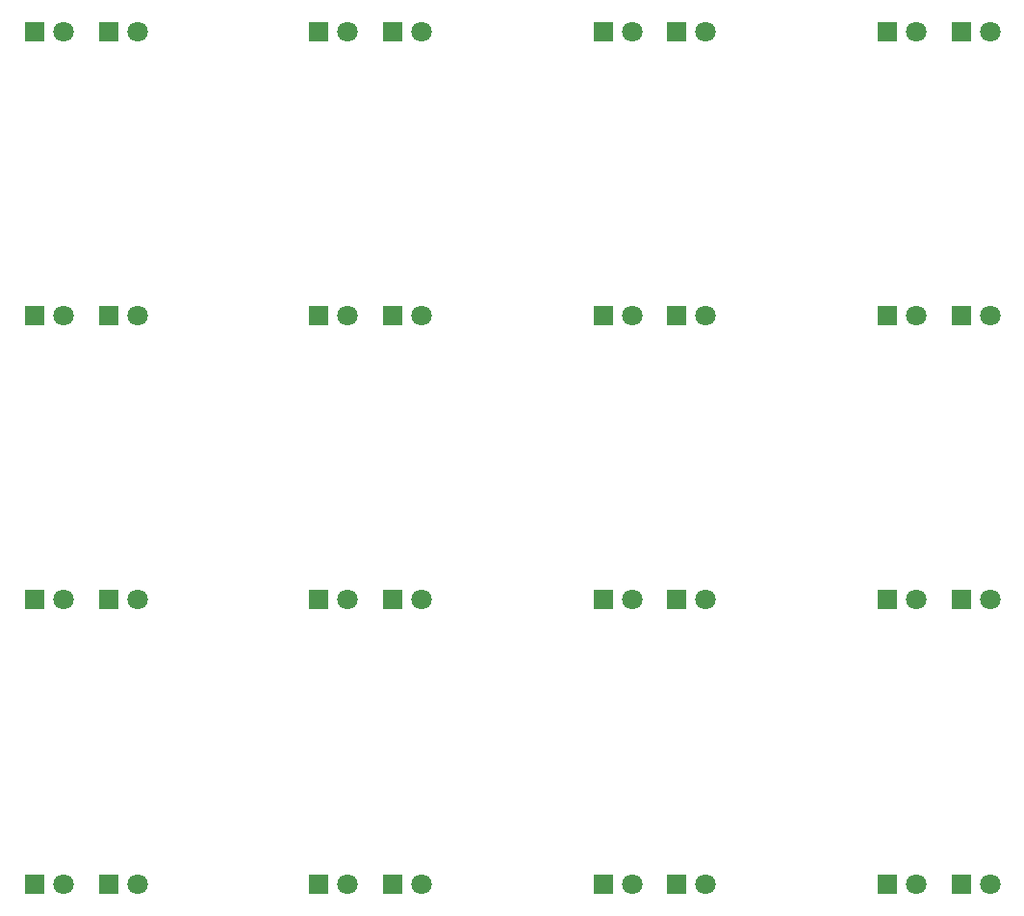
<source format=gbr>
%TF.GenerationSoftware,KiCad,Pcbnew,(5.1.9)-1*%
%TF.CreationDate,2021-10-29T14:51:52+02:00*%
%TF.ProjectId,Smartmeter_IR_ReaderOnly_V12_multi,536d6172-746d-4657-9465-725f49525f52,rev?*%
%TF.SameCoordinates,Original*%
%TF.FileFunction,Soldermask,Bot*%
%TF.FilePolarity,Negative*%
%FSLAX46Y46*%
G04 Gerber Fmt 4.6, Leading zero omitted, Abs format (unit mm)*
G04 Created by KiCad (PCBNEW (5.1.9)-1) date 2021-10-29 14:51:52*
%MOMM*%
%LPD*%
G01*
G04 APERTURE LIST*
%ADD10R,1.800000X1.800000*%
%ADD11C,1.800000*%
G04 APERTURE END LIST*
D10*
%TO.C,Q2*%
X72000000Y-130000000D03*
D11*
X74540000Y-130000000D03*
%TD*%
%TO.C,Q1*%
X93040000Y-130000000D03*
D10*
X90500000Y-130000000D03*
%TD*%
D11*
%TO.C,Q1*%
X143040000Y-130000000D03*
D10*
X140500000Y-130000000D03*
%TD*%
%TO.C,Q1*%
X65500000Y-130000000D03*
D11*
X68040000Y-130000000D03*
%TD*%
D10*
%TO.C,Q2*%
X122000000Y-130000000D03*
D11*
X124540000Y-130000000D03*
%TD*%
%TO.C,Q2*%
X149540000Y-130000000D03*
D10*
X147000000Y-130000000D03*
%TD*%
D11*
%TO.C,Q2*%
X99540000Y-130000000D03*
D10*
X97000000Y-130000000D03*
%TD*%
%TO.C,Q1*%
X115500000Y-130000000D03*
D11*
X118040000Y-130000000D03*
%TD*%
%TO.C,Q2*%
X124540000Y-105000000D03*
D10*
X122000000Y-105000000D03*
%TD*%
%TO.C,Q2*%
X97000000Y-105000000D03*
D11*
X99540000Y-105000000D03*
%TD*%
%TO.C,Q1*%
X118040000Y-105000000D03*
D10*
X115500000Y-105000000D03*
%TD*%
%TO.C,Q2*%
X147000000Y-105000000D03*
D11*
X149540000Y-105000000D03*
%TD*%
D10*
%TO.C,Q1*%
X140500000Y-105000000D03*
D11*
X143040000Y-105000000D03*
%TD*%
%TO.C,Q2*%
X74540000Y-105000000D03*
D10*
X72000000Y-105000000D03*
%TD*%
%TO.C,Q1*%
X90500000Y-105000000D03*
D11*
X93040000Y-105000000D03*
%TD*%
%TO.C,Q1*%
X68040000Y-105000000D03*
D10*
X65500000Y-105000000D03*
%TD*%
%TO.C,Q2*%
X122000000Y-80000000D03*
D11*
X124540000Y-80000000D03*
%TD*%
D10*
%TO.C,Q1*%
X115500000Y-80000000D03*
D11*
X118040000Y-80000000D03*
%TD*%
%TO.C,Q2*%
X99540000Y-80000000D03*
D10*
X97000000Y-80000000D03*
%TD*%
D11*
%TO.C,Q2*%
X149540000Y-80000000D03*
D10*
X147000000Y-80000000D03*
%TD*%
D11*
%TO.C,Q1*%
X143040000Y-80000000D03*
D10*
X140500000Y-80000000D03*
%TD*%
D11*
%TO.C,Q1*%
X93040000Y-80000000D03*
D10*
X90500000Y-80000000D03*
%TD*%
%TO.C,Q2*%
X72000000Y-80000000D03*
D11*
X74540000Y-80000000D03*
%TD*%
D10*
%TO.C,Q1*%
X65500000Y-80000000D03*
D11*
X68040000Y-80000000D03*
%TD*%
D10*
%TO.C,Q2*%
X147000000Y-55000000D03*
D11*
X149540000Y-55000000D03*
%TD*%
D10*
%TO.C,Q1*%
X140500000Y-55000000D03*
D11*
X143040000Y-55000000D03*
%TD*%
%TO.C,Q2*%
X124540000Y-55000000D03*
D10*
X122000000Y-55000000D03*
%TD*%
D11*
%TO.C,Q1*%
X118040000Y-55000000D03*
D10*
X115500000Y-55000000D03*
%TD*%
%TO.C,Q2*%
X97000000Y-55000000D03*
D11*
X99540000Y-55000000D03*
%TD*%
D10*
%TO.C,Q1*%
X90500000Y-55000000D03*
D11*
X93040000Y-55000000D03*
%TD*%
%TO.C,Q2*%
X74540000Y-55000000D03*
D10*
X72000000Y-55000000D03*
%TD*%
D11*
%TO.C,Q1*%
X68040000Y-55000000D03*
D10*
X65500000Y-55000000D03*
%TD*%
M02*

</source>
